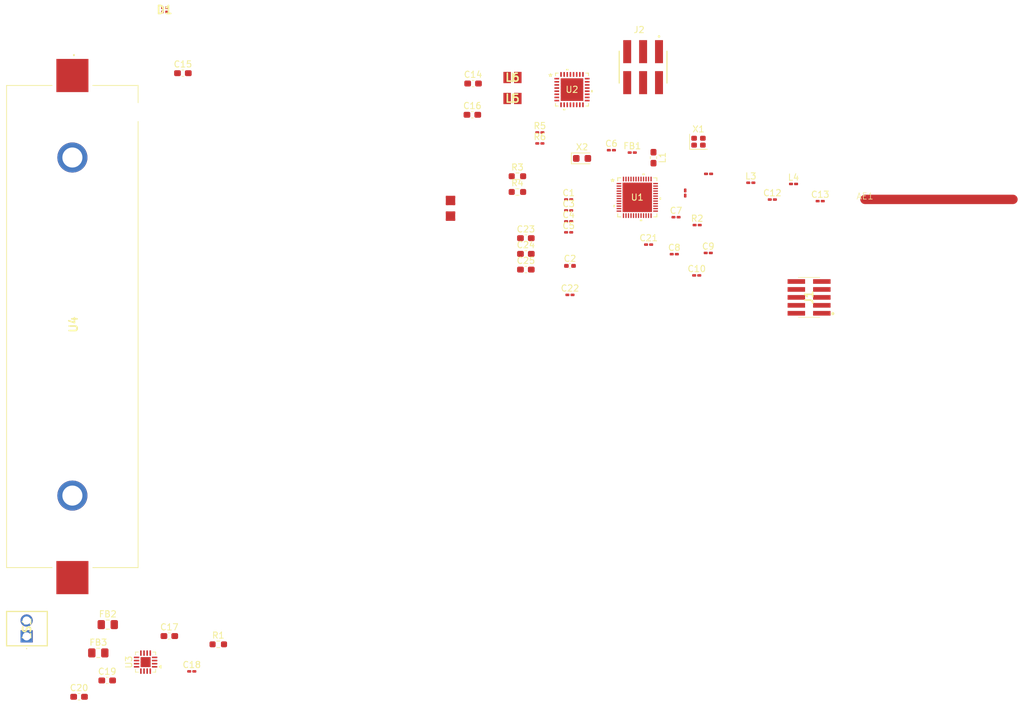
<source format=kicad_pcb>
(kicad_pcb (version 20241229) (generator "pcbnew") (generator_version "9.0")
  (layers (0 "F.Cu" signal) (2 "B.Cu" signal) (13 "F.Paste" user) (15 "B.Paste" user) (5 "F.SilkS" user "F.Silkscreen") (7 "B.SilkS" user "B.Silkscreen") (1 "F.Mask" user) (3 "B.Mask" user) (25 "Edge.Cuts" user))
  (net 0 "")
  (net 1 "Earth")
  (net 2 "Net-(U1A-DECA)")
  (net 3 "VDD_nRF")
  (net 4 "Net-(U1A-DECD)")
  (net 5 "Net-(U1A-~{RESET})")
  (net 6 "Net-(C11-Pad1)")
  (net 7 "Net-(C12-Pad1)")
  (net 8 "/MCU/RF")
  (net 9 "Net-(U1A-DCC)")
  (net 10 "Net-(U1A-ANT)")
  (net 11 "Net-(U2-PVSS2)")
  (net 12 "Net-(U1C-P1.00{slash}XL1)")
  (net 13 "/MCU/XC1")
  (net 15 "/LRCLK")
  (net 16 "/DIN{slash}DOUT")
  (net 18 "/MCU/SWDCLK")
  (net 19 "/AUDIO/OUTN")
  (net 20 "/AUDIO/OUTP")
  (net 21 "Net-(C23-Pad2)")
  (net 22 "Net-(U2-PVDD)")
  (net 24 "/MCU/XC2")
  (net 30 "/MCU/SWDIO")
  (net 31 "Net-(C24-Pad2)")
  (net 32 "/BCLK")
  (net 40 "/MCU/SDA")
  (net 42 "Net-(U1C-P1.01{slash}XL2)")
  (net 43 "/MCU/SCL")
  (net 46 "Net-(D1-BK)")
  (net 48 "VDD_AUDIO")
  (net 49 "/POWER/SW2")
  (net 50 "Net-(U2-PVSS1)")
  (net 52 "Net-(D1-RK)")
  (net 55 "Net-(D1-GK)")
  (net 62 "/MCU/~{RESET}")
  (net 67 "Net-(U2-VSET2)")
  (net 68 "Net-(U2-VSET1)")
  (net 70 "/VBAT")
  (net 71 "Net-(U3-~{SD_MODE})")
  (net 73 "/POWER/SW1")
  (net 75 "Net-(U3-OUTN)")
  (net 76 "Net-(U3-OUTP)")
  (net 77 "/P1.14")
  (net 78 "/P1.07")
  (net 79 "/P1.08")
  (net 80 "/P1.09")
  (net 81 "/P1.13")
  (net 82 "/P1.10")
  (footprint "Capacitor_SMD:C_0603_1608Metric_Pad1.08x0.95mm_HandSolder" (layer "F.Cu") (at 98.6525 41.44)
    (property "Reference" "C15" (at 0 -1.43 0) (layer "F.SilkS"))
    (property "Value" "2.2uF")
    (fp_line (start -0.146267 -0.51) (end 0.146267 -0.51) (stroke (width 0.12)) (layer "F.SilkS"))
    (fp_line (start -0.146267 0.51) (end 0.146267 0.51) (stroke (width 0.12)) (layer "F.SilkS"))
    (pad "1" smd roundrect (at -0.8625 0) (size 1.075 0.95) (layers "F.Cu" "F.Mask" "F.Paste") (net 70 "/VBAT"))
    (pad "2" smd roundrect (at 0.8625 0) (size 1.075 0.95) (layers "F.Cu" "F.Mask" "F.Paste") (net 1 "Earth"))
  )
  (footprint "Capacitor_SMD:C_0201_0603Metric_Pad0.64x0.40mm_HandSolder" (layer "F.Cu") (at 100.07 136.99)
    (property "Reference" "C18" (at 0 -1.05 0) (layer "F.SilkS"))
    (property "Value" "0.1uF")
    (pad "1" smd roundrect (at -0.4075 0) (size 0.635 0.4) (layers "F.Cu" "F.Mask") (net 48 "VDD_AUDIO"))
    (pad "2" smd roundrect (at 0.4075 0) (size 0.635 0.4) (layers "F.Cu" "F.Mask") (net 1 "Earth"))
  )
  (footprint "Resistor_SMD:R_0201_0603Metric_Pad0.64x0.40mm_HandSolder" (layer "F.Cu") (at 155.63 52.66)
    (property "Reference" "R6" (at 0 -1.05 0) (layer "F.SilkS"))
    (property "Value" "150k")
    (pad "1" smd roundrect (at -0.4075 0) (size 0.635 0.4) (layers "F.Cu" "F.Mask") (net 1 "Earth"))
    (pad "2" smd roundrect (at 0.4075 0) (size 0.635 0.4) (layers "F.Cu" "F.Mask") (net 68 "Net-(U2-VSET1)"))
  )
  (footprint "Resistor_SMD:R_0201_0603Metric_Pad0.64x0.40mm_HandSolder" (layer "F.Cu") (at 155.63 50.91)
    (property "Reference" "R5" (at 0 -1.05 0) (layer "F.SilkS"))
    (property "Value" "150k")
    (pad "1" smd roundrect (at -0.4075 0) (size 0.635 0.4) (layers "F.Cu" "F.Mask") (net 1 "Earth"))
    (pad "2" smd roundrect (at 0.4075 0) (size 0.635 0.4) (layers "F.Cu" "F.Mask") (net 67 "Net-(U2-VSET2)"))
  )
  (footprint "Capacitor_SMD:C_0402_1005Metric_Pad0.74x0.62mm_HandSolder" (layer "F.Cu") (at 160.4375 72.22)
    (property "Reference" "C2" (at 0 -1.16 0) (layer "F.SilkS"))
    (property "Value" "10uF")
    (fp_line (start -0.115835 -0.36) (end 0.115835 -0.36) (stroke (width 0.12)) (layer "F.SilkS"))
    (fp_line (start -0.115835 0.36) (end 0.115835 0.36) (stroke (width 0.12)) (layer "F.SilkS"))
    (pad "1" smd roundrect (at -0.5675 0) (size 0.735 0.62) (layers "F.Cu" "F.Mask" "F.Paste") (net 3 "VDD_nRF"))
    (pad "2" smd roundrect (at 0.5675 0) (size 0.735 0.62) (layers "F.Cu" "F.Mask" "F.Paste") (net 1 "Earth"))
  )
  (footprint "Capacitor_SMD:C_0603_1608Metric_Pad1.08x0.95mm_HandSolder" (layer "F.Cu") (at 96.49 131.35)
    (property "Reference" "C17" (at 0 -1.43 0) (layer "F.SilkS"))
    (property "Value" "10uF")
    (fp_line (start -0.146267 -0.51) (end 0.146267 -0.51) (stroke (width 0.12)) (layer "F.SilkS"))
    (fp_line (start -0.146267 0.51) (end 0.146267 0.51) (stroke (width 0.12)) (layer "F.SilkS"))
    (pad "1" smd roundrect (at -0.8625 0) (size 1.075 0.95) (layers "F.Cu" "F.Mask" "F.Paste") (net 48 "VDD_AUDIO"))
    (pad "2" smd roundrect (at 0.8625 0) (size 1.075 0.95) (layers "F.Cu" "F.Mask" "F.Paste") (net 1 "Earth"))
  )
  (footprint "Capacitor_SMD:C_0201_0603Metric_Pad0.64x0.40mm_HandSolder" (layer "F.Cu") (at 172.99 68.82)
    (property "Reference" "C21" (at 0 -1.05 0) (layer "F.SilkS"))
    (property "Value" "0.1uF")
    (pad "1" smd roundrect (at -0.4075 0) (size 0.635 0.4) (layers "F.Cu" "F.Mask") (net 3 "VDD_nRF"))
    (pad "2" smd roundrect (at 0.4075 0) (size 0.635 0.4) (layers "F.Cu" "F.Mask") (net 1 "Earth"))
  )
  (footprint "Capacitor_SMD:C_0201_0603Metric_Pad0.64x0.40mm_HandSolder" (layer "F.Cu") (at 160.2275 63.36)
    (property "Reference" "C3" (at 0 -1.05 0) (layer "F.SilkS"))
    (property "Value" "10nF")
    (pad "1" smd roundrect (at -0.4075 0) (size 0.635 0.4) (layers "F.Cu" "F.Mask") (net 2 "Net-(U1A-DECA)"))
    (pad "2" smd roundrect (at 0.4075 0) (size 0.635 0.4) (layers "F.Cu" "F.Mask") (net 1 "Earth"))
  )
  (footprint "Capacitor_SMD:C_0201_0603Metric_Pad0.64x0.40mm_HandSolder" (layer "F.Cu") (at 167.0475 53.74)
    (property "Reference" "C6" (at 0 -1.05 0) (layer "F.SilkS"))
    (property "Value" "2.2uF")
    (pad "1" smd roundrect (at -0.4075 0) (size 0.635 0.4) (layers "F.Cu" "F.Mask") (net 4 "Net-(U1A-DECD)"))
    (pad "2" smd roundrect (at 0.4075 0) (size 0.635 0.4) (layers "F.Cu" "F.Mask") (net 1 "Earth"))
  )
  (footprint "NetTie:NetTie-4_SMD_Pad0.5mm" (layer "F.Cu") (at 141.37 61.77)
    (property "Reference" "NT1" (hide yes))
    (property "Value" "Net Tie" (hide yes))
    (fp_poly (pts (xy -0.75 -0.75) (xy 0.75 -0.75) (xy 0.75 0.75) (xy -0.75 0.75)) (fill yes) (layer "F.Cu"))
    (pad "1" smd circle (at -0.5 -0.5) (size 0.5 0.5) (layers "F.Cu") (net 11 "Net-(U2-PVSS2)"))
    (pad "2" smd circle (at 0.5 -0.5) (size 0.5 0.5) (layers "F.Cu") (net 1 "Earth"))
    (pad "3" smd circle (at -0.5 0.5) (size 0.5 0.5) (layers "F.Cu"))
    (pad "4" smd circle (at 0.5 0.5) (size 0.5 0.5) (layers "F.Cu"))
  )
  (footprint "Capacitor_SMD:C_0603_1608Metric_Pad1.08x0.95mm_HandSolder" (layer "F.Cu") (at 153.3975 67.79)
    (property "Reference" "C23" (at 0 -1.43 0) (layer "F.SilkS"))
    (property "Value" "10uF")
    (fp_line (start -0.146267 -0.51) (end 0.146267 -0.51) (stroke (width 0.12)) (layer "F.SilkS"))
    (fp_line (start -0.146267 0.51) (end 0.146267 0.51) (stroke (width 0.12)) (layer "F.SilkS"))
    (pad "1" smd roundrect (at -0.8625 0) (size 1.075 0.95) (layers "F.Cu" "F.Mask" "F.Paste") (net 22 "Net-(U2-PVDD)"))
    (pad "2" smd roundrect (at 0.8625 0) (size 1.075 0.95) (layers "F.Cu" "F.Mask" "F.Paste") (net 21 "Net-(C23-Pad2)"))
  )
  (footprint "Ekse:APGF1012GBRC07" (layer "F.Cu") (at 95.715 31.325)
    (property "Reference" "D1" (at 0 0 0) (layer "F.SilkS") (effects (font (size 1.27 1.27) (thickness 0.254))))
    (property "Value" "LED_RGBA" (hide yes))
    (fp_line (start -1 -0.325) (end -1 -0.325) (stroke (width 0.1)) (layer "F.SilkS"))
    (fp_line (start -0.9 -0.325) (end -0.9 -0.325) (stroke (width 0.1)) (layer "F.SilkS"))
    (fp_arc (start -1 -0.325) (mid -0.95 -0.375) (end -0.9 -0.325) (stroke (width 0.1)) (layer "F.SilkS"))
    (fp_arc (start -0.9 -0.325) (mid -0.95 -0.275) (end -1 -0.325) (stroke (width 0.1)) (layer "F.SilkS"))
    (pad "1" smd rect (at -0.325 -0.325 90) (size 0.4 0.4) (layers "F.Cu" "F.Mask" "F.Paste") (net 52 "Net-(D1-RK)"))
    (pad "2" smd rect (at -0.325 0.325 90) (size 0.4 0.4) (layers "F.Cu" "F.Mask" "F.Paste") (net 55 "Net-(D1-GK)"))
    (pad "3" smd rect (at 0.325 0.325 90) (size 0.4 0.4) (layers "F.Cu" "F.Mask" "F.Paste") (net 46 "Net-(D1-BK)"))
    (pad "4" smd rect (at 0.325 -0.325 90) (size 0.4 0.4) (layers "F.Cu" "F.Mask" "F.Paste") (net 3 "VDD_nRF"))
  )
  (footprint "Capacitor_SMD:C_0201_0603Metric_Pad0.64x0.40mm_HandSolder" (layer "F.Cu") (at 160.4375 76.85)
    (property "Reference" "C22" (at 0 -1.05 0) (layer "F.SilkS"))
    (property "Value" "0.1uF")
    (pad "1" smd roundrect (at -0.4075 0) (size 0.635 0.4) (layers "F.Cu" "F.Mask") (net 3 "VDD_nRF"))
    (pad "2" smd roundrect (at 0.4075 0) (size 0.635 0.4) (layers "F.Cu" "F.Mask") (net 1 "Earth"))
  )
  (footprint "Capacitor_SMD:C_0201_0603Metric_Pad0.64x0.40mm_HandSolder" (layer "F.Cu") (at 192.7375 61.6225)
    (property "Reference" "C12" (at 0 -1.05 0) (layer "F.SilkS"))
    (property "Value" "2.0pF")
    (pad "1" smd roundrect (at -0.4075 0) (size 0.635 0.4) (layers "F.Cu" "F.Mask") (net 7 "Net-(C12-Pad1)"))
    (pad "2" smd roundrect (at 0.4075 0) (size 0.635 0.4) (layers "F.Cu" "F.Mask") (net 1 "Earth"))
  )
  (footprint "Inductor_SMD:L_0201_0603Metric_Pad0.64x0.40mm_HandSolder" (layer "F.Cu") (at 170.3775 54.12)
    (property "Reference" "FB1" (at 0 -1.05 0) (layer "F.SilkS"))
    (property "Value" "120")
    (pad "1" smd roundrect (at -0.4075 0) (size 0.635 0.4) (layers "F.Cu" "F.Mask") (net 4 "Net-(U1A-DECD)"))
    (pad "2" smd roundrect (at 0.4075 0) (size 0.635 0.4) (layers "F.Cu" "F.Mask") (net 2 "Net-(U1A-DECA)"))
  )
  (footprint "Ekse:SAMTEC_TSM-103-01-L-DV-P-TR" (layer "F.Cu") (at 172.11 40.475)
    (property "Reference" "J2" (at -0.635 -5.965 0) (layer "F.SilkS"))
    (property "Value" "Conn_02x03_Counter_Clockwise")
    (fp_line (start -3.81 2.54) (end -3.81 -2.54) (stroke (width 0.2)) (layer "F.SilkS"))
    (fp_line (start 3.81 -2.54) (end 3.81 2.54) (stroke (width 0.2)) (layer "F.SilkS"))
    (fp_circle (center 2.54 -4.9) (end 2.64 -4.9) (stroke (width 0.2)) (fill no) (layer "F.SilkS"))
    (pad "1" smd rect (at 2.54 -2.475) (size 1.27 3.68) (layers "F.Cu" "F.Mask" "F.Paste") (net 80 "/P1.09"))
    (pad "2" smd rect (at 2.54 2.475) (size 1.27 3.68) (layers "F.Cu" "F.Mask" "F.Paste") (net 82 "/P1.10"))
    (pad "3" smd rect (at 0 -2.475) (size 1.27 3.68) (layers "F.Cu" "F.Mask" "F.Paste") (net 81 "/P1.13"))
    (pad "4" smd rect (at 0 2.475) (size 1.27 3.68) (layers "F.Cu" "F.Mask" "F.Paste") (net 77 "/P1.14"))
    (pad "5" smd rect (at -2.54 -2.475) (size 1.27 3.68) (layers "F.Cu" "F.Mask" "F.Paste") (net 78 "/P1.07"))
    (pad "6" smd rect (at -2.54 2.475) (size 1.27 3.68) (layers "F.Cu" "F.Mask" "F.Paste") (net 79 "/P1.08"))
  )
  (footprint "Capacitor_SMD:C_0603_1608Metric_Pad1.08x0.95mm_HandSolder" (layer "F.Cu") (at 144.97 43.09)
    (property "Reference" "C14" (at 0 -1.43 0) (layer "F.SilkS"))
    (property "Value" "10uF")
    (fp_line (start -0.146267 -0.51) (end 0.146267 -0.51) (stroke (width 0.12)) (layer "F.SilkS"))
    (fp_line (start -0.146267 0.51) (end 0.146267 0.51) (stroke (width 0.12)) (layer "F.SilkS"))
    (pad "1" smd roundrect (at -0.8625 0) (size 1.075 0.95) (layers "F.Cu" "F.Mask" "F.Paste") (net 48 "VDD_AUDIO"))
    (pad "2" smd roundrect (at 0.8625 0) (size 1.075 0.95) (layers "F.Cu" "F.Mask" "F.Paste") (net 50 "Net-(U2-PVSS1)"))
  )
  (footprint "Capacitor_SMD:C_0201_0603Metric_Pad0.64x0.40mm_HandSolder" (layer "F.Cu") (at 160.2275 61.61)
    (property "Reference" "C1" (at 0 -1.05 0) (layer "F.SilkS"))
    (property "Value" "2.2uF")
    (pad "1" smd roundrect (at -0.4075 0) (size 0.635 0.4) (layers "F.Cu" "F.Mask") (net 2 "Net-(U1A-DECA)"))
    (pad "2" smd roundrect (at 0.4075 0) (size 0.635 0.4) (layers "F.Cu" "F.Mask") (net 1 "Earth"))
  )
  (footprint "Capacitor_SMD:C_0201_0603Metric_Pad0.64x0.40mm_HandSolder" (layer "F.Cu") (at 160.2275 65.11)
    (property "Reference" "C4" (at 0 -1.05 0) (layer "F.SilkS"))
    (property "Value" "100nF")
    (pad "1" smd roundrect (at -0.4075 0) (size 0.635 0.4) (layers "F.Cu" "F.Mask") (net 3 "VDD_nRF"))
    (pad "2" smd roundrect (at 0.4075 0) (size 0.635 0.4) (layers "F.Cu" "F.Mask") (net 1 "Earth"))
  )
  (footprint "Capacitor_SMD:C_0201_0603Metric_Pad0.64x0.40mm_HandSolder" (layer "F.Cu") (at 182.51 70.15)
    (property "Reference" "C9" (at 0 -1.05 0) (layer "F.SilkS"))
    (property "Value" "100nF")
    (pad "1" smd roundrect (at -0.4075 0) (size 0.635 0.4) (layers "F.Cu" "F.Mask") (net 3 "VDD_nRF"))
    (pad "2" smd roundrect (at 0.4075 0) (size 0.635 0.4) (layers "F.Cu" "F.Mask") (net 1 "Earth"))
  )
  (footprint "Resistor_SMD:R_0201_0603Metric_Pad0.64x0.40mm_HandSolder" (layer "F.Cu") (at 180.74 65.7)
    (property "Reference" "R2" (at 0 -1.05 0) (layer "F.SilkS"))
    (property "Value" "1k")
    (pad "1" smd roundrect (at -0.4075 0) (size 0.635 0.4) (layers "F.Cu" "F.Mask") (net 5 "Net-(U1A-~{RESET})"))
    (pad "2" smd roundrect (at 0.4075 0) (size 0.635 0.4) (layers "F.Cu" "F.Mask") (net 62 "/MCU/~{RESET}"))
  )
  (footprint "Capacitor_SMD:C_0603_1608Metric_Pad1.08x0.95mm_HandSolder" (layer "F.Cu") (at 153.3975 72.81)
    (property "Reference" "C25" (at 0 -1.43 0) (layer "F.SilkS"))
    (property "Value" "10uF")
    (fp_line (start -0.146267 -0.51) (end 0.146267 -0.51) (stroke (width 0.12)) (layer "F.SilkS"))
    (fp_line (start -0.146267 0.51) (end 0.146267 0.51) (stroke (width 0.12)) (layer "F.SilkS"))
    (pad "1" smd roundrect (at -0.8625 0) (size 1.075 0.95) (layers "F.Cu" "F.Mask" "F.Paste") (net 22 "Net-(U2-PVDD)"))
    (pad "2" smd roundrect (at 0.8625 0) (size 1.075 0.95) (layers "F.Cu" "F.Mask" "F.Paste") (net 1 "Earth"))
  )
  (footprint "Resistor_SMD:R_0603_1608Metric_Pad0.98x0.95mm_HandSolder" (layer "F.Cu") (at 152.05 57.9)
    (property "Reference" "R3" (at 0 -1.43 0) (layer "F.SilkS"))
    (property "Value" "10k")
    (fp_line (start -0.254724 -0.5225) (end 0.254724 -0.5225) (stroke (width 0.12)) (layer "F.SilkS"))
    (fp_line (start -0.254724 0.5225) (end 0.254724 0.5225) (stroke (width 0.12)) (layer "F.SilkS"))
    (pad "1" smd roundrect (at -0.9125 0) (size 0.975 0.95) (layers "F.Cu" "F.Mask" "F.Paste") (net 43 "/MCU/SCL"))
    (pad "2" smd roundrect (at 0.9125 0) (size 0.975 0.95) (layers "F.Cu" "F.Mask" "F.Paste") (net 3 "VDD_nRF"))
  )
  (footprint "Ekse:INDC2016X100N" (layer "F.Cu") (at 151.26 45.48 180)
    (property "Reference" "L5" (at 0 0 0) (layer "F.SilkS") (effects (font (size 1.27 1.27) (thickness 0.254))))
    (property "Value" "2.2uH" (hide yes))
    (fp_line (start 0 -0.7) (end 0 0.7) (stroke (width 0.2)) (layer "F.SilkS"))
    (pad "1" smd rect (at -0.85 0 180) (size 1.2 1.8) (layers "F.Cu" "F.Mask" "F.Paste") (net 3 "VDD_nRF"))
    (pad "2" smd rect (at 0.85 0 180) (size 1.2 1.8) (layers "F.Cu" "F.Mask" "F.Paste") (net 49 "/POWER/SW2"))
  )
  (footprint "Ekse:QFN48_6X6_NOR" (layer "F.Cu") (at 171.180001 61.27)
    (property "Reference" "U1" (at 0 0 0) (layer "F.SilkS"))
    (property "Value" "nRF54L15-QFAA")
    (fp_line (start -3.1242 -3.1242) (end -3.1242 -2.634741) (stroke (width 0.1524)) (layer "F.SilkS"))
    (fp_line (start -3.1242 2.634741) (end -3.1242 3.1242) (stroke (width 0.1524)) (layer "F.SilkS"))
    (fp_line (start -3.1242 3.1242) (end -2.634741 3.1242) (stroke (width 0.1524)) (layer "F.SilkS"))
    (fp_line (start -2.634741 -3.1242) (end -3.1242 -3.1242) (stroke (width 0.1524)) (layer "F.SilkS"))
    (fp_line (start 2.634741 3.1242) (end 3.1242 3.1242) (stroke (width 0.1524)) (layer "F.SilkS"))
    (fp_line (start 3.1242 -3.1242) (end 2.634741 -3.1242) (stroke (width 0.1524)) (layer "F.SilkS"))
    (fp_line (start 3.1242 -2.634741) (end 3.1242 -3.1242) (stroke (width 0.1524)) (layer "F.SilkS"))
    (fp_line (start 3.1242 3.1242) (end 3.1242 2.634741) (stroke (width 0.1524)) (layer "F.SilkS"))
    (fp_poly (pts (xy -3.805199 1.2095) (xy -3.805199 1.5905) (xy -3.551199 1.5905) (xy -3.551199 1.2095)) (fill yes) (layer "F.SilkS"))
    (fp_poly (pts (xy 0.409499 3.551199) (xy 0.409499 3.805199) (xy 0.790499 3.805199) (xy 0.790499 3.551199)) (fill yes) (layer "F.SilkS"))
    (fp_poly (pts (xy 0.809501 -3.551199) (xy 0.809501 -3.805199) (xy 1.190501 -3.805199) (xy 1.190501 -3.551199)) (fill yes) (layer "F.SilkS"))
    (fp_poly (pts (xy 3.805199 0.0095) (xy 3.805199 0.3905) (xy 3.551199 0.3905) (xy 3.551199 0.0095)) (fill yes) (layer "F.SilkS"))
    (fp_text user "*" (at -3.9322 -2.4 0) (layer "F.SilkS"))
    (fp_text user "*" (at -3.9322 -2.4 0) (layer "F.SilkS"))
    (pad "1" smd rect (at -2.9186 -2.200001 90) (size 0.204 0.757199) (layers "F.Cu" "F.Mask" "F.Paste") (net 12 "Net-(U1C-P1.00{slash}XL1)"))
    (pad "2" smd rect (at -2.9186 -1.799999 90) (size 0.204 0.757199) (layers "F.Cu" "F.Mask" "F.Paste") (net 42 "Net-(U1C-P1.01{slash}XL2)"))
    (pad "3" smd rect (at -2.9186 -1.4 90) (size 0.204 0.757199) (layers "F.Cu" "F.Mask" "F.Paste"))
    (pad "4" smd rect (at -2.9186 -1.000001 90) (size 0.204 0.757199) (layers "F.Cu" "F.Mask" "F.Paste"))
    (pad "5" smd rect (at -2.9186 -0.599999 90) (size 0.204 0.757199) (layers "F.Cu" "F.Mask" "F.Paste") (net 32 "/BCLK"))
    (pad "6" smd rect (at -2.9186 -0.2 90) (size 0.204 0.757199) (layers "F.Cu" "F.Mask" "F.Paste") (net 15 "/LRCLK"))
    (pad "7" smd rect (at -2.9186 0.2 90) (size 0.204 0.757199) (layers "F.Cu" "F.Mask" "F.Paste") (net 16 "/DIN{slash}DOUT"))
    (pad "8" smd rect (at -2.9186 0.599999 90) (size 0.204 0.757199) (layers "F.Cu" "F.Mask" "F.Paste") (net 78 "/P1.07"))
    (pad "9" smd rect (at -2.9186 1.000001 90) (size 0.204 0.757199) (layers "F.Cu" "F.Mask" "F.Paste") (net 79 "/P1.08"))
    (pad "10" smd rect (at -2.9186 1.4 90) (size 0.204 0.757199) (layers "F.Cu" "F.Mask" "F.Paste") (net 3 "VDD_nRF"))
    (pad "11" smd rect (at -2.9186 1.799999 90) (size 0.204 0.757199) (layers "F.Cu" "F.Mask" "F.Paste"))
    (pad "12" smd rect (at -2.9186 2.200001 90) (size 0.204 0.757199) (layers "F.Cu" "F.Mask" "F.Paste"))
    (pad "13" smd rect (at -2.200001 2.9186) (size 0.204 0.757199) (layers "F.Cu" "F.Mask" "F.Paste"))
    (pad "14" smd rect (at -1.799999 2.9186) (size 0.204 0.757199) (layers "F.Cu" "F.Mask" "F.Paste"))
    (pad "15" smd rect (at -1.4 2.9186) (size 0.204 0.757199) (layers "F.Cu" "F.Mask" "F.Paste"))
    (pad "16" smd rect (at -1.000001 2.9186) (size 0.204 0.757199) (layers "F.Cu" "F.Mask" "F.Paste"))
    (pad "17" smd rect (at -0.599999 2.9186) (size 0.204 0.757199) (layers "F.Cu" "F.Mask" "F.Paste"))
    (pad "18" smd rect (at -0.2 2.9186) (size 0.204 0.757199) (layers "F.Cu" "F.Mask" "F.Paste"))
    (pad "19" smd rect (at 0.2 2.9186) (size 0.204 0.757199) (layers "F.Cu" "F.Mask" "F.Paste"))
    (pad "20" smd rect (at 0.599999 2.9186) (size 0.204 0.757199) (layers "F.Cu" "F.Mask" "F.Paste"))
    (pad "21" smd rect (at 1.000001 2.9186) (size 0.204 0.757199) (layers "F.Cu" "F.Mask" "F.Paste"))
    (pad "22" smd rect (at 1.4 2.9186) (size 0.204 0.757199) (layers "F.Cu" "F.Mask" "F.Paste") (net 3 "VDD_nRF"))
    (pad "23" smd rect (at 1.799999 2.9186) (size 0.204 0.757199) (layers "F.Cu" "F.Mask" "F.Paste"))
    (pad "24" smd rect (at 2.200001 2.9186) (size 0.204 0.757199) (layers "F.Cu" "F.Mask" "F.Paste"))
    (pad "25" smd rect (at 2.9186 2.200001 90) (size 0.204 0.757199) (layers "F.Cu" "F.Mask" "F.Paste") (net 30 "/MCU/SWDIO"))
    (pad "26" smd rect (at 2.9186 1.799999 90) (size 0.204 0.757199) (layers "F.Cu" "F.Mask" "F.Paste") (net 18 "/MCU/SWDCLK"))
    (pad "27" smd rect (at 2.9186 1.4 90) (size 0.204 0.757199) (layers "F.Cu" "F.Mask" "F.Paste"))
    (pad "28" smd rect (at 2.9186 1.000001 90) (size 0.204 0.757199) (layers "F.Cu" "F.Mask" "F.Paste"))
    (pad "29" smd rect (at 2.9186 0.599999 90) (size 0.204 0.757199) (layers "F.Cu" "F.Mask" "F.Paste"))
    (pad "30" smd rect (at 2.9186 0.2 90) (size 0.204 0.757199) (layers "F.Cu" "F.Mask" "F.Paste") (net 5 "Net-(U1A-~{RESET})"))
    (pad "31" smd rect (at 2.9186 -0.2 90) (size 0.204 0.757199) (layers "F.Cu" "F.Mask" "F.Paste") (net 10 "Net-(U1A-ANT)"))
    (pad "32" smd rect (at 2.9186 -0.599999 90) (size 0.204 0.757199) (layers "F.Cu" "F.Mask" "F.Paste") (net 1 "Earth"))
    (pad "33" smd rect (at 2.9186 -1.000001 90) (size 0.204 0.757199) (layers "F.Cu" "F.Mask" "F.Paste") (net 2 "Net-(U1A-DECA)"))
    (pad "34" smd rect (at 2.9186 -1.4 90) (size 0.204 0.757199) (layers "F.Cu" "F.Mask" "F.Paste") (net 13 "/MCU/XC1"))
    (pad "35" smd rect (at 2.9186 -1.799999 90) (size 0.204 0.757199) (layers "F.Cu" "F.Mask" "F.Paste") (net 24 "/MCU/XC2"))
    (pad "36" smd rect (at 2.9186 -2.200001 90) (size 0.204 0.757199) (layers "F.Cu" "F.Mask" "F.Paste") (net 3 "VDD_nRF"))
    (pad "37" smd rect (at 2.200001 -2.9186) (size 0.204 0.757199) (layers "F.Cu" "F.Mask" "F.Paste") (net 80 "/P1.09"))
    (pad "38" smd rect (at 1.799999 -2.9186) (size 0.204 0.757199) (layers "F.Cu" "F.Mask" "F.Paste") (net 82 "/P1.10"))
    (pad "39" smd rect (at 1.4 -2.9186) (size 0.204 0.757199) (layers "F.Cu" "F.Mask" "F.Paste") (net 40 "/MCU/SDA"))
    (pad "40" smd rect (at 1.000001 -2.9186) (size 0.204 0.757199) (layers "F.Cu" "F.Mask" "F.Paste") (net 43 "/MCU/SCL"))
    (pad "41" smd rect (at 0.599999 -2.9186) (size 0.204 0.757199) (layers "F.Cu" "F.Mask" "F.Paste") (net 81 "/P1.13"))
    (pad "42" smd rect (at 0.2 -2.9186) (size 0.204 0.757199) (layers "F.Cu" "F.Mask" "F.Paste") (net 77 "/P1.14"))
    (pad "43" smd rect (at -0.2 -2.9186) (size 0.204 0.757199) (layers "F.Cu" "F.Mask" "F.Paste") (net 2 "Net-(U1A-DECA)"))
    (pad "44" smd rect (at -0.599999 -2.9186) (size 0.204 0.757199) (layers "F.Cu" "F.Mask" "F.Paste") (net 1 "Earth"))
    (pad "45" smd rect (at -1.000001 -2.9186) (size 0.204 0.757199) (layers "F.Cu" "F.Mask" "F.Paste") (net 4 "Net-(U1A-DECD)"))
    (pad "46" smd rect (at -1.4 -2.9186) (size 0.204 0.757199) (layers "F.Cu" "F.Mask" "F.Paste") (net 9 "Net-(U1A-DCC)"))
    (pad "47" smd rect (at -1.799999 -2.9186) (size 0.204 0.757199) (layers "F.Cu" "F.Mask" "F.Paste") (net 3 "VDD_nRF"))
    (pad "48" smd rect (at -2.200001 -2.9186) (size 0.204 0.757199) (layers "F.Cu" "F.Mask" "F.Paste") (net 3 "VDD_nRF"))
    (pad "49" smd rect (at 0 0) (size 4.699 4.699) (layers "F.Cu" "F.Mask" "F.Paste") (net 1 "Earth"))
  )
  (footprint "Capacitor_SMD:C_0201_0603Metric_Pad0.64x0.40mm_HandSolder" (layer "F.Cu") (at 177.0875 70.35)
    (property "Reference" "C8" (at 0 -1.05 0) (layer "F.SilkS"))
    (property "Value" "100nF")
    (pad "1" smd roundrect (at -0.4075 0) (size 0.635 0.4) (layers "F.Cu" "F.Mask") (net 3 "VDD_nRF"))
    (pad "2" smd roundrect (at 0.4075 0) (size 0.635 0.4) (layers "F.Cu" "F.Mask") (net 1 "Earth"))
  )
  (footprint "Inductor_SMD:L_0201_0603Metric_Pad0.64x0.40mm_HandSolder" (layer "F.Cu") (at 196.1225 59.1325)
    (property "Reference" "L4" (at 0 -1.05 0) (layer "F.SilkS"))
    (property "Value" "3.5nH")
    (pad "1" smd roundrect (at -0.4075 0) (size 0.635 0.4) (layers "F.Cu" "F.Mask") (net 7 "Net-(C12-Pad1)"))
    (pad "2" smd roundrect (at 0.4075 0) (size 0.635 0.4) (layers "F.Cu" "F.Mask") (net 8 "/MCU/RF"))
  )
  (footprint "Inductor_SMD:L_0201_0603Metric_Pad0.64x0.40mm_HandSolder" (layer "F.Cu") (at 189.3025 58.9425)
    (property "Reference" "L3" (at 0 -1.05 0) (layer "F.SilkS"))
    (property "Value" "3.5nH")
    (pad "1" smd roundrect (at -0.4075 0) (size 0.635 0.4) (layers "F.Cu" "F.Mask") (net 6 "Net-(C11-Pad1)"))
    (pad "2" smd roundrect (at 0.4075 0) (size 0.635 0.4) (layers "F.Cu" "F.Mask") (net 7 "Net-(C12-Pad1)"))
  )
  (footprint "Ekse:TQFN-16-1EP_3x3mm_P0.5mm_EP1.6x1.6mm" (layer "F.Cu") (at 92.86 135.51 90)
    (property "Reference" "U3" (at 0 -2.83 90) (layer "F.SilkS"))
    (property "Value" "MAX98357A")
    (fp_line (start 1.61 -1.77) (end 1.61 -1.295) (stroke (width 0.12)) (layer "F.SilkS"))
    (fp_line (start 1.135 -1.77) (end 1.61 -1.77) (stroke (width 0.12)) (layer "F.SilkS"))
    (fp_line (start -1.61 -1.77) (end -1.135 -1.77) (stroke (width 0.12)) (layer "F.SilkS"))
    (fp_line (start -1.61 -1.295) (end -1.61 -1.77) (stroke (width 0.12)) (layer "F.SilkS"))
    (fp_line (start 1.61 0.975) (end 1.61 1.45) (stroke (width 0.12)) (layer "F.SilkS"))
    (fp_line (start 1.61 1.45) (end 1.135 1.45) (stroke (width 0.12)) (layer "F.SilkS"))
    (fp_line (start -1.135 1.45) (end -1.61 1.45) (stroke (width 0.12)) (layer "F.SilkS"))
    (fp_line (start -1.61 1.45) (end -1.61 0.975) (stroke (width 0.12)) (layer "F.SilkS"))
    (fp_poly (pts (xy -0.75 1.98) (xy -0.51 2.31) (xy -0.99 2.31)) (stroke (width 0.12)) (fill yes) (layer "F.SilkS"))
    (pad "1" smd roundrect (at -0.75 1.2775 180) (size 0.875 0.25) (layers "F.Cu" "F.Mask" "F.Paste") (net 16 "/DIN{slash}DOUT"))
    (pad "2" smd roundrect (at -0.25 1.2775 180) (size 0.875 0.25) (layers "F.Cu" "F.Mask" "F.Paste") (net 1 "Earth"))
    (pad "3" smd roundrect (at 0.25 1.2775 180) (size 0.875 0.25) (layers "F.Cu" "F.Mask" "F.Paste") (net 1 "Earth"))
    (pad "4" smd roundrect (at 0.75 1.2775 180) (size 0.875 0.25) (layers "F.Cu" "F.Mask" "F.Paste") (net 71 "Net-(U3-~{SD_MODE})"))
    (pad "5" smd roundrect (at 1.4375 0.59 180) (size 0.25 0.875) (layers "F.Cu" "F.Mask" "F.Paste"))
    (pad "6" smd roundrect (at 1.4375 0.09 180) (size 0.25 0.875) (layers "F.Cu" "F.Mask" "F.Paste"))
    (pad "7" smd roundrect (at 1.4375 -0.41 180) (size 0.25 0.875) (layers "F.Cu" "F.Mask" "F.Paste") (net 48 "VDD_AUDIO"))
    (pad "8" smd roundrect (at 1.4375 -0.91 180) (size 0.25 0.875) (layers "F.Cu" "F.Mask" "F.Paste") (net 48 "VDD_AUDIO"))
    (pad "9" smd roundrect (at 0.75 -1.5975 180) (size 0.875 0.25) (layers "F.Cu" "F.Mask" "F.Paste") (net 76 "Net-(U3-OUTP)"))
    (pad "10" smd roundrect (at 0.25 -1.5975 180) (size 0.875 0.25) (layers "F.Cu" "F.Mask" "F.Paste") (net 75 "Net-(U3-OUTN)"))
    (pad "11" smd roundrect (at -0.25 -1.5975 180) (size 0.875 0.25) (layers "F.Cu" "F.Mask" "F.Paste") (net 1 "Earth"))
    (pad "12" smd roundrect (at -0.75 -1.5975 180) (size 0.875 0.25) (layers "F.Cu" "F.Mask" "F.Paste"))
    (pad "13" smd roundrect (at -1.4375 -0.91 180) (size 0.25 0.875) (layers "F.Cu" "F.Mask" "F.Paste"))
    (pad "14" smd roundrect (at -1.4375 -0.41 180) (size 0.25 0.875) (layers "F.Cu" "F.Mask" "F.Paste") (net 15 "/LRCLK"))
    (pad "15" smd roundrect (at -1.4375 0.09 180) (size 0.25 0.875) (layers "F.Cu" "F.Mask" "F.Paste") (net 1 "Earth"))
    (pad "16" smd roundrect (at -1.4375 0.59 180) (size 0.25 0.875) (layers "F.Cu" "F.Mask" "F.Paste") (net 32 "/BCLK"))
    (pad "17" smd rect (at 0 -0.16 180) (size 1.6 1.6) (property pad_prop_heatsink) (layers "F.Cu" "F.Mask") (net 1 "Earth"))
  )
  (footprint "Inductor_SMD:L_0603_1608Metric_Pad1.05x0.95mm_HandSolder" (layer "F.Cu") (at 173.77 54.935 -90)
    (property "Reference" "L1" (at 0 -1.43 90) (layer "F.SilkS"))
    (property "Value" "4.7uH" (hide yes))
    (fp_line (start -0.171267 0.51) (end 0.171267 0.51) (stroke (width 0.12)) (layer "F.SilkS"))
    (fp_line (start -0.171267 -0.51) (end 0.171267 -0.51) (stroke (width 0.12)) (layer "F.SilkS"))
    (pad "1" smd roundrect (at -0.875 0 270) (size 1.05 0.95) (layers "F.Cu" "F.Mask" "F.Paste") (net 4 "Net-(U1A-DECD)"))
    (pad "2" smd roundrect (at 0.875 0 270) (size 1.05 0.95) (layers "F.Cu" "F.Mask" "F.Paste") (net 9 "Net-(U1A-DCC)"))
  )
  (footprint "Ekse:QFN32_5X5_NOR" (layer "F.Cu") (at 160.760001 44.0633)
    (property "Reference" "U2" (at 0 0 0) (layer "F.SilkS"))
    (property "Value" "NPM1300-QEAA-R7")
    (fp_line (start -2.6289 -2.6289) (end -2.6289 -2.210139) (stroke (width 0.1524)) (layer "F.SilkS"))
    (fp_line (start -2.6289 2.210139) (end -2.6289 2.6289) (stroke (width 0.1524)) (layer "F.SilkS"))
    (fp_line (start -2.6289 2.6289) (end -2.210139 2.6289) (stroke (width 0.1524)) (layer "F.SilkS"))
    (fp_line (start -2.210139 -2.6289) (end -2.6289 -2.6289) (stroke (width 0.1524)) (layer "F.SilkS"))
    (fp_line (start 2.210139 2.6289) (end 2.6289 2.6289) (stroke (width 0.1524)) (layer "F.SilkS"))
    (fp_line (start 2.6289 -2.6289) (end 2.210139 -2.6289) (stroke (width 0.1524)) (layer "F.SilkS"))
    (fp_line (start 2.6289 -2.210139) (end 2.6289 -2.6289) (stroke (width 0.1524)) (layer "F.SilkS"))
    (fp_line (start 2.6289 2.6289) (end 2.6289 2.210139) (stroke (width 0.1524)) (layer "F.SilkS"))
    (fp_poly (pts (xy -1.4405 3.055899) (xy -1.4405 3.309899) (xy -1.0595 3.309899) (xy -1.0595 3.055899)) (fill yes) (layer "F.SilkS"))
    (fp_poly (pts (xy -0.940501 -3.055899) (xy -0.940501 -3.309899) (xy -0.559501 -3.309899) (xy -0.559501 -3.055899)) (fill yes) (layer "F.SilkS"))
    (fp_poly (pts (xy 3.309899 0.059499) (xy 3.309899 0.4405) (xy 3.055899 0.4405) (xy 3.055899 0.059499)) (fill yes) (layer "F.SilkS"))
    (fp_text user "*" (at -3.4369 -2 0) (layer "F.SilkS"))
    (fp_text user "*" (at -3.4369 -2 0) (layer "F.SilkS"))
    (pad "1" smd rect (at -2.4233 -1.749999 90) (size 0.2548 0.757199) (layers "F.Cu" "F.Mask" "F.Paste") (net 48 "VDD_AUDIO"))
    (pad "2" smd rect (at -2.4233 -1.25 90) (size 0.2548 0.757199) (layers "F.Cu" "F.Mask" "F.Paste") (net 50 "Net-(U2-PVSS1)"))
    (pad "3" smd rect (at -2.4233 -0.750001 90) (size 0.2548 0.757199) (layers "F.Cu" "F.Mask" "F.Paste") (net 73 "/POWER/SW1"))
    (pad "4" smd rect (at -2.4233 -0.25 90) (size 0.2548 0.757199) (layers "F.Cu" "F.Mask" "F.Paste") (net 22 "Net-(U2-PVDD)"))
    (pad "5" smd rect (at -2.4233 0.25 90) (size 0.2548 0.757199) (layers "F.Cu" "F.Mask" "F.Paste") (net 49 "/POWER/SW2"))
    (pad "6" smd rect (at -2.4233 0.750001 90) (size 0.2548 0.757199) (layers "F.Cu" "F.Mask" "F.Paste") (net 11 "Net-(U2-PVSS2)"))
    (pad "7" smd rect (at -2.4233 1.25 90) (size 0.2548 0.757199) (layers "F.Cu" "F.Mask" "F.Paste"))
    (pad "8" smd rect (at -2.4233 1.749999 90) (size 0.2548 0.757199) (layers "F.Cu" "F.Mask" "F.Paste"))
    (pad "9" smd rect (at -1.749999 2.4233) (size 0.2548 0.757199) (layers "F.Cu" "F.Mask" "F.Paste"))
    (pad "10" smd rect (at -1.25 2.4233) (size 0.2548 0.757199) (layers "F.Cu" "F.Mask" "F.Paste"))
    (pad "11" smd rect (at -0.750001 2.4233) (size 0.2548 0.757199) (layers "F.Cu" "F.Mask" "F.Paste"))
    (pad "12" smd rect (at -0.25 2.4233) (size 0.2548 0.757199) (layers "F.Cu" "F.Mask" "F.Paste") (net 3 "VDD_nRF"))
    (pad "13" smd rect (at 0.25 2.4233) (size 0.2548 0.757199) (layers "F.Cu" "F.Mask" "F.Paste") (net 40 "/MCU/SDA"))
    (pad "14" smd rect (at 0.750001 2.4233) (size 0.2548 0.757199) (layers "F.Cu" "F.Mask" "F.Paste") (net 43 "/MCU/SCL"))
    (pad "15" smd rect (at 1.25 2.4233) (size 0.2548 0.757199) (layers "F.Cu" "F.Mask" "F.Paste"))
    (pad "16" smd rect (at 1.749999 2.4233) (size 0.2548 0.757199) (layers "F.Cu" "F.Mask" "F.Paste") (net 67 "Net-(U2-VSET2)"))
    (pad "17" smd rect (at 2.4233 1.749999 90) (size 0.2548 0.757199) (layers "F.Cu" "F.Mask" "F.Paste") (net 68 "Net-(U2-VSET1)"))
    (pad "18" smd rect (at 2.4233 1.25 90) (size 0.2548 0.757199) (layers "F.Cu" "F.Mask" "F.Paste"))
    (pad "19" smd rect (at 2.4233 0.750001 90) (size 0.2548 0.757199) (layers "F.Cu" "F.Mask" "F.Paste") (net 70 "/VBAT"))
    (pad "20" smd rect (at 2.4233 0.25 90) (size 0.2548 0.757199) (layers "F.Cu" "F.Mask" "F.Paste") (net 22 "Net-(U2-PVDD)"))
    (pad "21" smd rect (at 2.4233 -0.25 90) (size 0.2548 0.757199) (layers "F.Cu" "F.Mask" "F.Paste"))
    (pad "22" smd rect (at 2.4233 -0.750001 90) (size 0.2548 0.757199) (layers "F.Cu" "F.Mask" "F.Paste"))
    (pad "23" smd rect (at 2.4233 -1.25 90) (size 0.2548 0.757199) (layers "F.Cu" "F.Mask" "F.Paste"))
    (pad "24" smd rect (at 2.4233 -1.749999 90) (size 0.2548 0.757199) (layers "F.Cu" "F.Mask" "F.Paste"))
    (pad "25" smd rect (at 1.749999 -2.4233) (size 0.2548 0.757199) (layers "F.Cu" "F.Mask" "F.Paste") (net 46 "Net-(D1-BK)"))
    (pad "26" smd rect (at 1.25 -2.4233) (size 0.2548 0.757199) (layers "F.Cu" "F.Mask" "F.Paste") (net 55 "Net-(D1-GK)"))
    (pad "27" smd rect (at 0.750001 -2.4233) (size 0.2548 0.757199) (layers "F.Cu" "F.Mask" "F.Paste") (net 52 "Net-(D1-RK)"))
    (pad "28" smd rect (at 0.25 -2.4233) (size 0.2548 0.757199) (layers "F.Cu" "F.Mask" "F.Paste"))
    (pad "29" smd rect (at -0.25 -2.4233) (size 0.2548 0.757199) (layers "F.Cu" "F.Mask" "F.Paste"))
    (pad "30" smd rect (at -0.750001 -2.4233) (size 0.2548 0.757199) (layers "F.Cu" "F.Mask" "F.Paste"))
    (pad "31" smd rect (at -1.25 -2.4233) (size 0.2548 0.757199) (layers "F.Cu" "F.Mask" "F.Paste"))
    (pad "32" smd rect (at -1.749999 -2.4233) (size 0.2548 0.757199) (layers "F.Cu" "F.Mask" "F.Paste") (net 3 "VDD_nRF"))
    (pad "33" smd rect (at 0 0) (size 3.6068 3.6068) (layers "F.Cu" "F.Mask" "F.Paste") (net 1 "Earth"))
  )
  (footprint "Capacitor_SMD:C_0805_2012Metric_Pad1.18x1.45mm_HandSolder" (layer "F.Cu") (at 85.15 134.04)
    (property "Reference" "FB3" (at 0 -1.68 0) (layer "F.SilkS"))
    (property "Value" "1000")
    (fp_line (start -0.261252 -0.735) (end 0.261252 -0.735) (stroke (width 0.12)) (layer "F.SilkS"))
    (fp_line (start -0.261252 0.735) (end 0.261252 0.735) (stroke (width 0.12)) (layer "F.SilkS"))
    (pad "1" smd roundrect (at -1.0375 0) (size 1.175 1.45) (layers "F.Cu" "F.Mask" "F.Paste") (roundrect_rratio 0.212766) (net 75 "Net-(U3-OUTN)"))
    (pad "2" smd roundrect (at 1.0375 0) (size 1.175 1.45) (layers "F.Cu" "F.Mask" "F.Paste") (roundrect_rratio 0.212766) (net 19 "/AUDIO/OUTN"))
  )
  (footprint "Capacitor_SMD:C_0805_2012Metric_Pad1.18x1.45mm_HandSolder" (layer "F.Cu") (at 86.66 129.52)
    (property "Reference" "FB2" (at 0 -1.68 0) (layer "F.SilkS"))
    (property "Value" "1000")
    (fp_line (start -0.261252 -0.735) (end 0.261252 -0.735) (stroke (width 0.12)) (layer "F.SilkS"))
    (fp_line (start -0.261252 0.735) (end 0.261252 0.735) (stroke (width 0.12)) (layer "F.SilkS"))
    (pad "1" smd roundrect (at -1.0375 0) (size 1.175 1.45) (layers "F.Cu" "F.Mask" "F.Paste") (roundrect_rratio 0.212766) (net 76 "Net-(U3-OUTP)"))
    (pad "2" smd roundrect (at 1.0375 0) (size 1.175 1.45) (layers "F.Cu" "F.Mask" "F.Paste") (roundrect_rratio 0.212766) (net 20 "/AUDIO/OUTP"))
  )
  (footprint "Resistor_SMD:R_0603_1608Metric_Pad0.98x0.95mm_HandSolder" (layer "F.Cu") (at 104.3025 132.67)
    (property "Reference" "R1" (at 0 -1.43 0) (layer "F.SilkS"))
    (property "Value" "634k")
    (fp_line (start -0.254724 -0.5225) (end 0.254724 -0.5225) (stroke (width 0.12)) (layer "F.SilkS"))
    (fp_line (start -0.254724 0.5225) (end 0.254724 0.5225) (stroke (width 0.12)) (layer "F.SilkS"))
    (pad "1" smd roundrect (at -0.9125 0) (size 0.975 0.95) (layers "F.Cu" "F.Mask" "F.Paste") (net 48 "VDD_AUDIO"))
    (pad "2" smd roundrect (at 0.9125 0) (size 0.975 0.95) (layers "F.Cu" "F.Mask" "F.Paste") (net 71 "Net-(U3-~{SD_MODE})"))
  )
  (footprint "Capacitor_SMD:C_0201_0603Metric_Pad0.64x0.40mm_HandSolder" (layer "F.Cu") (at 180.6675 73.74)
    (property "Reference" "C10" (at 0 -1.05 0) (layer "F.SilkS"))
    (property "Value" "100nF")
    (pad "1" smd roundrect (at -0.4075 0) (size 0.635 0.4) (layers "F.Cu" "F.Mask") (net 3 "VDD_nRF"))
    (pad "2" smd roundrect (at 0.4075 0) (size 0.635 0.4) (layers "F.Cu" "F.Mask") (net 1 "Earth"))
  )
  (footprint "Inductor_SMD:L_0201_0603Metric_Pad0.64x0.40mm_HandSolder" (layer "F.Cu") (at 182.56 57.5225)
    (property "Reference" "L2" (hide yes))
    (property "Value" "2.7nH" (hide yes))
    (pad "1" smd roundrect (at -0.4075 0) (size 0.635 0.4) (layers "F.Cu" "F.Mask") (net 10 "Net-(U1A-ANT)"))
    (pad "2" smd roundrect (at 0.4075 0) (size 0.635 0.4) (layers "F.Cu" "F.Mask") (net 6 "Net-(C11-Pad1)"))
  )
  (footprint "Capacitor_SMD:C_0201_0603Metric_Pad0.64x0.40mm_HandSolder" (layer "F.Cu") (at 200.38 61.8725)
    (property "Reference" "C13" (at 0 -1.05 0) (layer "F.SilkS"))
    (property "Value" "0.3pF")
    (pad "1" smd roundrect (at -0.4075 0) (size 0.635 0.4) (layers "F.Cu" "F.Mask") (net 8 "/MCU/RF"))
    (pad "2" smd roundrect (at 0.4075 0) (size 0.635 0.4) (layers "F.Cu" "F.Mask") (net 1 "Earth"))
  )
  (footprint "Crystal:Crystal_SMD_2016-4Pin_2.0x1.6mm" (layer "F.Cu") (at 180.95 52.38)
    (property "Reference" "X1" (at 0 -2 0) (layer "F.SilkS"))
    (property "Value" "32MHz")
    (fp_line (start -1.41 -1.21) (end -1.41 1.21) (stroke (width 0.12)) (layer "F.SilkS"))
    (fp_line (start -1.41 1.21) (end 1.41 1.21) (stroke (width 0.12)) (layer "F.SilkS"))
    (pad "1" smd roundrect (at -0.7 0.55) (size 0.9 0.8) (layers "F.Cu" "F.Mask" "F.Paste") (net 24 "/MCU/XC2"))
    (pad "2" smd roundrect (at 0.7 0.55) (size 0.9 0.8) (layers "F.Cu" "F.Mask" "F.Paste") (net 13 "/MCU/XC1"))
    (pad "3" smd roundrect (at 0.7 -0.55) (size 0.9 0.8) (layers "F.Cu" "F.Mask" "F.Paste"))
    (pad "4" smd roundrect (at -0.7 -0.55) (size 0.9 0.8) (layers "F.Cu" "F.Mask" "F.Paste"))
  )
  (footprint "Capacitor_SMD:C_0603_1608Metric_Pad1.08x0.95mm_HandSolder" (layer "F.Cu") (at 144.8575 48.08)
    (property "Reference" "C16" (at 0 -1.43 0) (layer "F.SilkS"))
    (property "Value" "10uF")
    (fp_line (start -0.146267 -0.51) (end 0.146267 -0.51) (stroke (width 0.12)) (layer "F.SilkS"))
    (fp_line (start -0.146267 0.51) (end 0.146267 0.51) (stroke (width 0.12)) (layer "F.SilkS"))
    (pad "1" smd roundrect (at -0.8625 0) (size 1.075 0.95) (layers "F.Cu" "F.Mask" "F.Paste") (net 3 "VDD_nRF"))
    (pad "2" smd roundrect (at 0.8625 0) (size 1.075 0.95) (layers "F.Cu" "F.Mask" "F.Paste") (net 11 "Net-(U2-PVSS2)"))
  )
  (footprint "Capacitor_SMD:C_0603_1608Metric_Pad1.08x0.95mm_HandSolder" (layer "F.Cu") (at 153.3975 70.3)
    (property "Reference" "C24" (at 0 -1.43 0) (layer "F.SilkS"))
    (property "Value" "10uF")
    (fp_line (start -0.146267 -0.51) (end 0.146267 -0.51) (stroke (width 0.12)) (layer "F.SilkS"))
    (fp_line (start -0.146267 0.51) (end 0.146267 0.51) (stroke (width 0.12)) (layer "F.SilkS"))
    (pad "1" smd roundrect (at -0.8625 0) (size 1.075 0.95) (layers "F.Cu" "F.Mask" "F.Paste") (net 22 "Net-(U2-PVDD)"))
    (pad "2" smd roundrect (at 0.8625 0) (size 1.075 0.95) (layers "F.Cu" "F.Mask" "F.Paste") (net 31 "Net-(C24-Pad2)"))
  )
  (footprint "Capacitor_SMD:C_0201_0603Metric_Pad0.64x0.40mm_HandSolder" (layer "F.Cu") (at 178.83 60.5825 90)
    (property "Reference" "C11" (hide yes))
    (property "Value" "1.5pF" (hide yes))
    (pad "1" smd roundrect (at -0.4075 0 90) (size 0.635 0.4) (layers "F.Cu" "F.Mask") (net 6 "Net-(C11-Pad1)"))
    (pad "2" smd roundrect (at 0.4075 0 90) (size 0.635 0.4) (layers "F.Cu" "F.Mask") (net 1 "Earth"))
  )
  (footprint "Crystal:Crystal_SMD_2012-2Pin_2.0x1.2mm_HandSoldering" (layer "F.Cu") (at 162.3675 55.05)
    (property "Reference" "X2" (at 0 -1.8 0) (layer "F.SilkS"))
    (property "Value" "32.768 kHz")
    (fp_line (start -1.71 -0.86) (end -1.71 0.86) (stroke (width 0.12)) (layer "F.SilkS"))
    (fp_line (start -1.71 0.86) (end 1.26 0.86) (stroke (width 0.12)) (layer "F.SilkS"))
    (fp_line (start 1.26 -0.86) (end -1.71 -0.86) (stroke (width 0.12)) (layer "F.SilkS"))
    (pad "1" smd roundrect (at -0.925 0) (size 1.05 1.1) (layers "F.Cu" "F.Mask" "F.Paste") (roundrect_rratio 0.238095) (net 42 "Net-(U1C-P1.01{slash}XL2)"))
    (pad "2" smd roundrect (at 0.925 0) (size 1.05 1.1) (layers "F.Cu" "F.Mask" "F.Paste") (roundrect_rratio 0.238095) (net 12 "Net-(U1C-P1.00{slash}XL1)"))
  )
  (footprint "Ekse:PCB_Antenna" (layer "F.Cu") (at 207.525 61.598)
    (property "Reference" "AE1" (at 0 -0.5 0) (layer "F.SilkS") (effects (font (thickness 0.1))))
    (property "Value" "Antenna")
    (fp_line (start 0 0) (end 23.622 0) (stroke (width 1.5)) (layer "F.Cu"))
    (pad "1" smd circle (at 0 0) (size 1.27 1.27) (layers "F.Cu" "F.Mask" "F.Paste") (net 8 "/MCU/RF"))
  )
  (footprint "Capacitor_SMD:C_0603_1608Metric_Pad1.08x0.95mm_HandSolder" (layer "F.Cu") (at 86.57 138.44)
    (property "Reference" "C19" (at 0 -1.43 0) (layer "F.SilkS"))
    (property "Value" "220pF")
    (fp_line (start -0.146267 -0.51) (end 0.146267 -0.51) (stroke (width 0.12)) (layer "F.SilkS"))
    (fp_line (start -0.146267 0.51) (end 0.146267 0.51) (stroke (width 0.12)) (layer "F.SilkS"))
    (pad "1" smd roundrect (at -0.8625 0) (size 1.075 0.95) (layers "F.Cu" "F.Mask" "F.Paste") (net 19 "/AUDIO/OUTN"))
    (pad "2" smd roundrect (at 0.8625 0) (size 1.075 0.95) (layers "F.Cu" "F.Mask" "F.Paste") (net 1 "Earth"))
  )
  (footprint "Capacitor_SMD:C_0201_0603Metric_Pad0.64x0.40mm_HandSolder" (layer "F.Cu") (at 177.3675 64.44)
    (property "Reference" "C7" (at 0 -1.05 0) (layer "F.SilkS"))
    (property "Value" "3.9pF")
    (pad "1" smd roundrect (at -0.4075 0) (size 0.635 0.4) (layers "F.Cu" "F.Mask") (net 5 "Net-(U1A-~{RESET})"))
    (pad "2" smd roundrect (at 0.4075 0) (size 0.635 0.4) (layers "F.Cu" "F.Mask") (net 1 "Earth"))
  )
  (footprint "Ekse:FTSH-105-XX-YYY-DV-K-P-TR" (layer "F.Cu") (at 198.605 77.25 90)
    (property "Reference" "J1" (at 0 0 90) (layer "F.SilkS") (effects (font (size 1.27 1.27) (thickness 0.254))))
    (property "Value" "Conn_02x05_Odd_Even" (hide yes))
    (fp_line (start 3.175 -1.715) (end 3.175 1.715) (stroke (width 0.1)) (layer "F.SilkS"))
    (fp_line (start -3.175 1.715) (end -3.175 -1.715) (stroke (width 0.1)) (layer "F.SilkS"))
    (fp_circle (center -2.59 3.785) (end -2.59 3.835) (stroke (width 0.2)) (fill no) (layer "F.SilkS"))
    (pad "1" smd rect (at -2.54 2.035 90) (size 0.74 2.79) (layers "F.Cu" "F.Mask" "F.Paste") (net 3 "VDD_nRF"))
    (pad "2" smd rect (at -2.54 -2.035 90) (size 0.74 2.79) (layers "F.Cu" "F.Mask" "F.Paste") (net 30 "/MCU/SWDIO"))
    (pad "3" smd rect (at -1.27 2.035 90) (size 0.74 2.79) (layers "F.Cu" "F.Mask" "F.Paste") (net 1 "Earth"))
    (pad "4" smd rect (at -1.27 -2.035 90) (size 0.74 2.79) (layers "F.Cu" "F.Mask" "F.Paste") (net 18 "/MCU/SWDCLK"))
    (pad "5" smd rect (at 0 2.035 90) (size 0.74 2.79) (layers "F.Cu" "F.Mask" "F.Paste") (net 1 "Earth"))
    (pad "6" smd rect (at 0 -2.035 90) (size 0.74 2.79) (layers "F.Cu" "F.Mask" "F.Paste"))
    (pad "7" smd rect (at 1.27 2.035 90) (size 0.74 2.79) (layers "F.Cu" "F.Mask" "F.Paste"))
    (pad "8" smd rect (at 1.27 -2.035 90) (size 0.74 2.79) (layers "F.Cu" "F.Mask" "F.Paste"))
    (pad "9" smd rect (at 2.54 2.035 90) (size 0.74 2.79) (layers "F.Cu" "F.Mask" "F.Paste") (net 1 "Earth"))
    (pad "10" smd rect (at 2.54 -2.035 90) (size 0.74 2.79) (layers "F.Cu" "F.Mask" "F.Paste") (net 62 "/MCU/~{RESET}"))
  )
  (footprint "Ekse:INDC2016X100N" (layer "F.Cu") (at 151.26 42.13 180)
    (property "Reference" "L6" (at 0 0 0) (layer "F.SilkS") (effects (font (size 1.27 1.27) (thickness 0.254))))
    (property "Value" "2.2uH" (hide yes))
    (fp_line (start 0 -0.7) (end 0 0.7) (stroke (width 0.2)) (layer "F.SilkS"))
    (pad "1" smd rect (at -0.85 0 180) (size 1.2 1.8) (layers "F.Cu" "F.Mask" "F.Paste") (net 48 "VDD_AUDIO"))
    (pad "2" smd rect (at 0.85 0 180) (size 1.2 1.8) (layers "F.Cu" "F.Mask" "F.Paste") (net 73 "/POWER/SW1"))
  )
  (footprint "Ekse:VN02A1500000G" (layer "F.Cu") (at 73.71 131.4 90)
    (property "Reference" "LS1" (at 1.24 0.05 90) (layer "F.SilkS") (effects (font (size 1.27 1.27) (thickness 0.254))))
    (property "Value" "AS07104PO-R" (hide yes))
    (fp_line (start 3.98 -3.2) (end -1.5 -3.2) (stroke (width 0.2)) (layer "F.SilkS"))
    (fp_line (start -1.5 -3.2) (end -1.5 3.3) (stroke (width 0.2)) (layer "F.SilkS"))
    (fp_line (start -1.9 0) (end -1.9 0) (stroke (width 0.1)) (layer "F.SilkS"))
    (fp_line (start -2 0) (end -2 0) (stroke (width 0.1)) (layer "F.SilkS"))
    (fp_line (start 3.98 3.3) (end 3.98 -3.2) (stroke (width 0.2)) (layer "F.SilkS"))
    (fp_line (start -1.5 3.3) (end 3.98 3.3) (stroke (width 0.2)) (layer "F.SilkS"))
    (fp_arc (start -1.9 0) (mid -1.95 0.05) (end -2 0) (stroke (width 0.1)) (layer "F.SilkS"))
    (fp_arc (start -2 0) (mid -1.95 -0.05) (end -1.9 0) (stroke (width 0.1)) (layer "F.SilkS"))
    (pad "1" thru_hole rect (at 0 0 90) (size 1.95 1.95) (drill 1.3) (layers "*.Cu" "*.Mask") (net 20 "/AUDIO/OUTP"))
    (pad "2" thru_hole circle (at 2.54 0 90) (size 1.95 1.95) (drill 1.3) (layers "*.Cu" "*.Mask") (net 19 "/AUDIO/OUTN"))
  )
  (footprint "Ekse:12BHC186P1GR" (layer "F.Cu") (at 81.015 81.91 -90)
    (property "Reference" "U4" (at -0.325 -0.175 90) (layer "F.SilkS") (effects (font (size 1.27 1.27) (thickness 0.254))))
    (property "Value" "12BHC186P1-GR" (hide yes))
    (fp_line (start -38.5 10.5) (end -38.5 10.5) (stroke (width 0.1)) (layer "F.SilkS"))
    (fp_line (start -38.5 10.5) (end -38.5 10.5) (stroke (width 0.1)) (layer "F.SilkS"))
    (fp_line (start -38.5 10.5) (end 38.5 10.5) (stroke (width 0.1)) (layer "F.SilkS"))
    (fp_line (start -38.5 10.5) (end -38.5 3.25) (stroke (width 0.1)) (layer "F.SilkS"))
    (fp_line (start 38.5 10.5) (end -38.5 10.5) (stroke (width 0.1)) (layer "F.SilkS"))
    (fp_line (start 38.5 10.5) (end 38.5 10.5) (stroke (width 0.1)) (layer "F.SilkS"))
    (fp_line (start 38.5 10.5) (end 38.5 10.5) (stroke (width 0.1)) (layer "F.SilkS"))
    (fp_line (start 38.5 10.5) (end 38.5 3.25) (stroke (width 0.1)) (layer "F.SilkS"))
    (fp_line (start -38.5 3.25) (end -38.5 10.5) (stroke (width 0.1)) (layer "F.SilkS"))
    (fp_line (start -38.5 3.25) (end -38.5 3.25) (stroke (width 0.1)) (layer "F.SilkS"))
    (fp_line (start 38.5 3.25) (end 38.5 10.5) (stroke (width 0.1)) (layer "F.SilkS"))
    (fp_line (start 38.5 3.25) (end 38.5 3.25) (stroke (width 0.1)) (layer "F.SilkS"))
    (fp_line (start -43.4 -0.25) (end -43.4 -0.25) (stroke (width 0.2)) (layer "F.SilkS"))
    (fp_line (start -43.4 -0.25) (end -43.4 -0.25) (stroke (width 0.2)) (layer "F.SilkS"))
    (fp_line (start -43.3 -0.25) (end -43.3 -0.25) (stroke (width 0.2)) (layer "F.SilkS"))
    (fp_line (start -38.5 -3.25) (end -38.5 -3.25) (stroke (width 0.1)) (layer "F.SilkS"))
    (fp_line (start -38.5 -3.25) (end -38.5 -10.5) (stroke (width 0.1)) (layer "F.SilkS"))
    (fp_line (start 38.5 -3.25) (end 38.5 -3.25) (stroke (width 0.1)) (layer "F.SilkS"))
    (fp_line (start 38.5 -3.25) (end 38.5 -10.5) (stroke (width 0.1)) (layer "F.SilkS"))
    (fp_line (start -38.5 -10.5) (end -38.5 -3.25) (stroke (width 0.1)) (layer "F.SilkS"))
    (fp_line (start -38.5 -10.5) (end -38.5 -10.5) (stroke (width 0.1)) (layer "F.SilkS"))
    (fp_line (start -38.5 -10.5) (end -38.5 -10.5) (stroke (width 0.1)) (layer "F.SilkS"))
    (fp_line (start -38.5 -10.5) (end -35.75 -10.5) (stroke (width 0.1)) (layer "F.SilkS"))
    (fp_line (start -35.75 -10.5) (end -38.5 -10.5) (stroke (width 0.1)) (layer "F.SilkS"))
    (fp_line (start -35.75 -10.5) (end -35.75 -10.5) (stroke (width 0.1)) (layer "F.SilkS"))
    (fp_line (start -32.75 -10.5) (end -32.75 -10.5) (stroke (width 0.1)) (layer "F.SilkS"))
    (fp_line (start -32.75 -10.5) (end 38.5 -10.5) (stroke (width 0.1)) (layer "F.SilkS"))
    (fp_line (start 38.5 -10.5) (end 38.5 -3.25) (stroke (width 0.1)) (layer "F.SilkS"))
    (fp_line (start 38.5 -10.5) (end -32.75 -10.5) (stroke (width 0.1)) (layer "F.SilkS"))
    (fp_line (start 38.5 -10.5) (end 38.5 -10.5) (stroke (width 0.1)) (layer "F.SilkS"))
    (fp_line (start 38.5 -10.5) (end 38.5 -10.5) (stroke (width 0.1)) (layer "F.SilkS"))
    (fp_arc (start -43.4 -0.25) (mid -43.35 -0.3) (end -43.3 -0.25) (stroke (width 0.2)) (layer "F.SilkS"))
    (fp_arc (start -43.3 -0.25) (mid -43.35 -0.2) (end -43.4 -0.25) (stroke (width 0.2)) (layer "F.SilkS"))
    (fp_arc (start -43.3 -0.25) (mid -43.35 -0.2) (end -43.4 -0.25) (stroke (width 0.2)) (layer "F.SilkS"))
    (pad "" np_thru_hole circle (at -34.25 -9.75 270) (size 2 2) (drill 2) (layers "*.Cu" "*.Mask"))
    (pad "1" smd rect (at -40.1 0) (size 5.12 5.3) (layers "F.Cu" "F.Mask" "F.Paste") (net 70 "/VBAT"))
    (pad "2" smd rect (at 40.1 0) (size 5.12 5.3) (layers "F.Cu" "F.Mask" "F.Paste") (net 1 "Earth"))
    (pad "MH1" thru_hole circle (at -27 0 270) (size 4.8 4.8) (drill 3.2) (layers "*.Cu" "*.Mask"))
    (pad "MH2" thru_hole circle (at 27 0 270) (size 4.8 4.8) (drill 3.2) (layers "*.Cu" "*.Mask"))
  )
  (footprint "Resistor_SMD:R_0603_1608Metric_Pad0.98x0.95mm_HandSolder" (layer "F.Cu") (at 152.05 60.41)
    (property "Reference" "R4" (at 0 -1.43 0) (layer "F.SilkS"))
    (property "Value" "10k")
    (fp_line (start -0.254724 -0.5225) (end 0.254724 -0.5225) (stroke (width 0.12)) (layer "F.SilkS"))
    (fp_line (start -0.254724 0.5225) (end 0.254724 0.5225) (stroke (width 0.12)) (layer "F.SilkS"))
    (pad "1" smd roundrect (at -0.9125 0) (size 0.975 0.95) (layers "F.Cu" "F.Mask" "F.Paste") (net 40 "/MCU/SDA"))
    (pad "2" smd roundrect (at 0.9125 0) (size 0.975 0.95) (layers "F.Cu" "F.Mask" "F.Paste") (net 3 "VDD_nRF"))
  )
  (footprint "Capacitor_SMD:C_0603_1608Metric_Pad1.08x0.95mm_HandSolder" (layer "F.Cu") (at 82.08 141.05)
    (property "Reference" "C20" (at 0 -1.43 0) (layer "F.SilkS"))
    (property "Value" "220pF")
    (fp_line (start -0.146267 -0.51) (end 0.146267 -0.51) (stroke (width 0.12)) (layer "F.SilkS"))
    (fp_line (start -0.146267 0.51) (end 0.146267 0.51) (stroke (width 0.12)) (layer "F.SilkS"))
    (pad "1" smd roundrect (at -0.8625 0) (size 1.075 0.95) (layers "F.Cu" "F.Mask" "F.Paste") (net 20 "/AUDIO/OUTP"))
    (pad "2" smd roundrect (at 0.8625 0) (size 1.075 0.95) (layers "F.Cu" "F.Mask" "F.Paste") (net 1 "Earth"))
  )
  (footprint "NetTie:NetTie-4_SMD_Pad0.5mm" (layer "F.Cu") (at 141.37 64.27)
    (property "Reference" "NT2" (hide yes))
    (property "Value" "Net Tie" (hide yes))
    (fp_poly (pts (xy -0.75 -0.75) (xy 0.75 -0.75) (xy 0.75 0.75) (xy -0.75 0.75)) (fill yes) (layer "F.Cu"))
    (pad "1" smd circle (at -0.5 -0.5) (size 0.5 0.5) (layers "F.Cu") (net 50 "Net-(U2-PVSS1)"))
    (pad "2" smd circle (at 0.5 -0.5) (size 0.5 0.5) (layers "F.Cu") (net 1 "Earth"))
    (pad "3" smd circle (at -0.5 0.5) (size 0.5 0.5) (layers "F.Cu"))
    (pad "4" smd circle (at 0.5 0.5) (size 0.5 0.5) (layers "F.Cu"))
  )
  (footprint "Capacitor_SMD:C_0201_0603Metric_Pad0.64x0.40mm_HandSolder" (layer "F.Cu") (at 160.2275 66.86)
    (property "Reference" "C5" (at 0 -1.05 0) (layer "F.SilkS"))
    (property "Value" "2.2nF")
    (pad "1" smd roundrect (at -0.4075 0) (size 0.635 0.4) (layers "F.Cu" "F.Mask") (net 2 "Net-(U1A-DECA)"))
    (pad "2" smd roundrect (at 0.4075 0) (size 0.635 0.4) (layers "F.Cu" "F.Mask") (net 1 "Earth"))
  )
)
</source>
